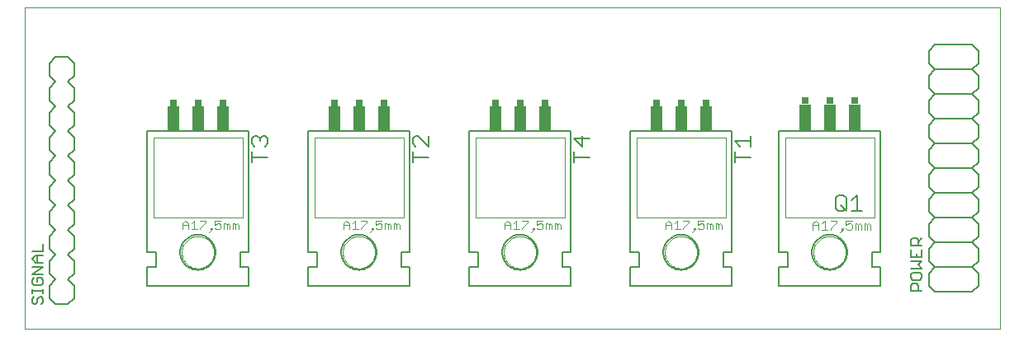
<source format=gto>
G75*
%MOIN*%
%OFA0B0*%
%FSLAX24Y24*%
%IPPOS*%
%LPD*%
%AMOC8*
5,1,8,0,0,1.08239X$1,22.5*
%
%ADD10C,0.0000*%
%ADD11C,0.0060*%
%ADD12C,0.0020*%
%ADD13C,0.0070*%
%ADD14C,0.0040*%
%ADD15R,0.0300X0.0250*%
%ADD16R,0.0500X0.1100*%
%ADD17R,0.0500X0.1000*%
%ADD18C,0.0050*%
%ADD19C,0.0080*%
D10*
X000180Y000180D02*
X000180Y013176D01*
X039550Y013176D01*
X039550Y000180D01*
X000180Y000180D01*
X006530Y003280D02*
X006532Y003330D01*
X006538Y003380D01*
X006548Y003430D01*
X006561Y003478D01*
X006578Y003526D01*
X006599Y003572D01*
X006623Y003616D01*
X006651Y003658D01*
X006682Y003698D01*
X006716Y003735D01*
X006753Y003770D01*
X006792Y003801D01*
X006833Y003830D01*
X006877Y003855D01*
X006923Y003877D01*
X006970Y003895D01*
X007018Y003909D01*
X007067Y003920D01*
X007117Y003927D01*
X007167Y003930D01*
X007218Y003929D01*
X007268Y003924D01*
X007318Y003915D01*
X007366Y003903D01*
X007414Y003886D01*
X007460Y003866D01*
X007505Y003843D01*
X007548Y003816D01*
X007588Y003786D01*
X007626Y003753D01*
X007661Y003717D01*
X007694Y003678D01*
X007723Y003637D01*
X007749Y003594D01*
X007772Y003549D01*
X007791Y003502D01*
X007806Y003454D01*
X007818Y003405D01*
X007826Y003355D01*
X007830Y003305D01*
X007830Y003255D01*
X007826Y003205D01*
X007818Y003155D01*
X007806Y003106D01*
X007791Y003058D01*
X007772Y003011D01*
X007749Y002966D01*
X007723Y002923D01*
X007694Y002882D01*
X007661Y002843D01*
X007626Y002807D01*
X007588Y002774D01*
X007548Y002744D01*
X007505Y002717D01*
X007460Y002694D01*
X007414Y002674D01*
X007366Y002657D01*
X007318Y002645D01*
X007268Y002636D01*
X007218Y002631D01*
X007167Y002630D01*
X007117Y002633D01*
X007067Y002640D01*
X007018Y002651D01*
X006970Y002665D01*
X006923Y002683D01*
X006877Y002705D01*
X006833Y002730D01*
X006792Y002759D01*
X006753Y002790D01*
X006716Y002825D01*
X006682Y002862D01*
X006651Y002902D01*
X006623Y002944D01*
X006599Y002988D01*
X006578Y003034D01*
X006561Y003082D01*
X006548Y003130D01*
X006538Y003180D01*
X006532Y003230D01*
X006530Y003280D01*
X013030Y003280D02*
X013032Y003330D01*
X013038Y003380D01*
X013048Y003430D01*
X013061Y003478D01*
X013078Y003526D01*
X013099Y003572D01*
X013123Y003616D01*
X013151Y003658D01*
X013182Y003698D01*
X013216Y003735D01*
X013253Y003770D01*
X013292Y003801D01*
X013333Y003830D01*
X013377Y003855D01*
X013423Y003877D01*
X013470Y003895D01*
X013518Y003909D01*
X013567Y003920D01*
X013617Y003927D01*
X013667Y003930D01*
X013718Y003929D01*
X013768Y003924D01*
X013818Y003915D01*
X013866Y003903D01*
X013914Y003886D01*
X013960Y003866D01*
X014005Y003843D01*
X014048Y003816D01*
X014088Y003786D01*
X014126Y003753D01*
X014161Y003717D01*
X014194Y003678D01*
X014223Y003637D01*
X014249Y003594D01*
X014272Y003549D01*
X014291Y003502D01*
X014306Y003454D01*
X014318Y003405D01*
X014326Y003355D01*
X014330Y003305D01*
X014330Y003255D01*
X014326Y003205D01*
X014318Y003155D01*
X014306Y003106D01*
X014291Y003058D01*
X014272Y003011D01*
X014249Y002966D01*
X014223Y002923D01*
X014194Y002882D01*
X014161Y002843D01*
X014126Y002807D01*
X014088Y002774D01*
X014048Y002744D01*
X014005Y002717D01*
X013960Y002694D01*
X013914Y002674D01*
X013866Y002657D01*
X013818Y002645D01*
X013768Y002636D01*
X013718Y002631D01*
X013667Y002630D01*
X013617Y002633D01*
X013567Y002640D01*
X013518Y002651D01*
X013470Y002665D01*
X013423Y002683D01*
X013377Y002705D01*
X013333Y002730D01*
X013292Y002759D01*
X013253Y002790D01*
X013216Y002825D01*
X013182Y002862D01*
X013151Y002902D01*
X013123Y002944D01*
X013099Y002988D01*
X013078Y003034D01*
X013061Y003082D01*
X013048Y003130D01*
X013038Y003180D01*
X013032Y003230D01*
X013030Y003280D01*
X019530Y003280D02*
X019532Y003330D01*
X019538Y003380D01*
X019548Y003430D01*
X019561Y003478D01*
X019578Y003526D01*
X019599Y003572D01*
X019623Y003616D01*
X019651Y003658D01*
X019682Y003698D01*
X019716Y003735D01*
X019753Y003770D01*
X019792Y003801D01*
X019833Y003830D01*
X019877Y003855D01*
X019923Y003877D01*
X019970Y003895D01*
X020018Y003909D01*
X020067Y003920D01*
X020117Y003927D01*
X020167Y003930D01*
X020218Y003929D01*
X020268Y003924D01*
X020318Y003915D01*
X020366Y003903D01*
X020414Y003886D01*
X020460Y003866D01*
X020505Y003843D01*
X020548Y003816D01*
X020588Y003786D01*
X020626Y003753D01*
X020661Y003717D01*
X020694Y003678D01*
X020723Y003637D01*
X020749Y003594D01*
X020772Y003549D01*
X020791Y003502D01*
X020806Y003454D01*
X020818Y003405D01*
X020826Y003355D01*
X020830Y003305D01*
X020830Y003255D01*
X020826Y003205D01*
X020818Y003155D01*
X020806Y003106D01*
X020791Y003058D01*
X020772Y003011D01*
X020749Y002966D01*
X020723Y002923D01*
X020694Y002882D01*
X020661Y002843D01*
X020626Y002807D01*
X020588Y002774D01*
X020548Y002744D01*
X020505Y002717D01*
X020460Y002694D01*
X020414Y002674D01*
X020366Y002657D01*
X020318Y002645D01*
X020268Y002636D01*
X020218Y002631D01*
X020167Y002630D01*
X020117Y002633D01*
X020067Y002640D01*
X020018Y002651D01*
X019970Y002665D01*
X019923Y002683D01*
X019877Y002705D01*
X019833Y002730D01*
X019792Y002759D01*
X019753Y002790D01*
X019716Y002825D01*
X019682Y002862D01*
X019651Y002902D01*
X019623Y002944D01*
X019599Y002988D01*
X019578Y003034D01*
X019561Y003082D01*
X019548Y003130D01*
X019538Y003180D01*
X019532Y003230D01*
X019530Y003280D01*
X026030Y003280D02*
X026032Y003330D01*
X026038Y003380D01*
X026048Y003430D01*
X026061Y003478D01*
X026078Y003526D01*
X026099Y003572D01*
X026123Y003616D01*
X026151Y003658D01*
X026182Y003698D01*
X026216Y003735D01*
X026253Y003770D01*
X026292Y003801D01*
X026333Y003830D01*
X026377Y003855D01*
X026423Y003877D01*
X026470Y003895D01*
X026518Y003909D01*
X026567Y003920D01*
X026617Y003927D01*
X026667Y003930D01*
X026718Y003929D01*
X026768Y003924D01*
X026818Y003915D01*
X026866Y003903D01*
X026914Y003886D01*
X026960Y003866D01*
X027005Y003843D01*
X027048Y003816D01*
X027088Y003786D01*
X027126Y003753D01*
X027161Y003717D01*
X027194Y003678D01*
X027223Y003637D01*
X027249Y003594D01*
X027272Y003549D01*
X027291Y003502D01*
X027306Y003454D01*
X027318Y003405D01*
X027326Y003355D01*
X027330Y003305D01*
X027330Y003255D01*
X027326Y003205D01*
X027318Y003155D01*
X027306Y003106D01*
X027291Y003058D01*
X027272Y003011D01*
X027249Y002966D01*
X027223Y002923D01*
X027194Y002882D01*
X027161Y002843D01*
X027126Y002807D01*
X027088Y002774D01*
X027048Y002744D01*
X027005Y002717D01*
X026960Y002694D01*
X026914Y002674D01*
X026866Y002657D01*
X026818Y002645D01*
X026768Y002636D01*
X026718Y002631D01*
X026667Y002630D01*
X026617Y002633D01*
X026567Y002640D01*
X026518Y002651D01*
X026470Y002665D01*
X026423Y002683D01*
X026377Y002705D01*
X026333Y002730D01*
X026292Y002759D01*
X026253Y002790D01*
X026216Y002825D01*
X026182Y002862D01*
X026151Y002902D01*
X026123Y002944D01*
X026099Y002988D01*
X026078Y003034D01*
X026061Y003082D01*
X026048Y003130D01*
X026038Y003180D01*
X026032Y003230D01*
X026030Y003280D01*
X032030Y003280D02*
X032032Y003330D01*
X032038Y003380D01*
X032048Y003430D01*
X032061Y003478D01*
X032078Y003526D01*
X032099Y003572D01*
X032123Y003616D01*
X032151Y003658D01*
X032182Y003698D01*
X032216Y003735D01*
X032253Y003770D01*
X032292Y003801D01*
X032333Y003830D01*
X032377Y003855D01*
X032423Y003877D01*
X032470Y003895D01*
X032518Y003909D01*
X032567Y003920D01*
X032617Y003927D01*
X032667Y003930D01*
X032718Y003929D01*
X032768Y003924D01*
X032818Y003915D01*
X032866Y003903D01*
X032914Y003886D01*
X032960Y003866D01*
X033005Y003843D01*
X033048Y003816D01*
X033088Y003786D01*
X033126Y003753D01*
X033161Y003717D01*
X033194Y003678D01*
X033223Y003637D01*
X033249Y003594D01*
X033272Y003549D01*
X033291Y003502D01*
X033306Y003454D01*
X033318Y003405D01*
X033326Y003355D01*
X033330Y003305D01*
X033330Y003255D01*
X033326Y003205D01*
X033318Y003155D01*
X033306Y003106D01*
X033291Y003058D01*
X033272Y003011D01*
X033249Y002966D01*
X033223Y002923D01*
X033194Y002882D01*
X033161Y002843D01*
X033126Y002807D01*
X033088Y002774D01*
X033048Y002744D01*
X033005Y002717D01*
X032960Y002694D01*
X032914Y002674D01*
X032866Y002657D01*
X032818Y002645D01*
X032768Y002636D01*
X032718Y002631D01*
X032667Y002630D01*
X032617Y002633D01*
X032567Y002640D01*
X032518Y002651D01*
X032470Y002665D01*
X032423Y002683D01*
X032377Y002705D01*
X032333Y002730D01*
X032292Y002759D01*
X032253Y002790D01*
X032216Y002825D01*
X032182Y002862D01*
X032151Y002902D01*
X032123Y002944D01*
X032099Y002988D01*
X032078Y003034D01*
X032061Y003082D01*
X032048Y003130D01*
X032038Y003180D01*
X032032Y003230D01*
X032030Y003280D01*
D11*
X031970Y003280D02*
X031972Y003333D01*
X031978Y003386D01*
X031988Y003438D01*
X032002Y003489D01*
X032019Y003539D01*
X032040Y003588D01*
X032065Y003635D01*
X032093Y003680D01*
X032125Y003723D01*
X032160Y003763D01*
X032197Y003800D01*
X032237Y003835D01*
X032280Y003867D01*
X032325Y003895D01*
X032372Y003920D01*
X032421Y003941D01*
X032471Y003958D01*
X032522Y003972D01*
X032574Y003982D01*
X032627Y003988D01*
X032680Y003990D01*
X032733Y003988D01*
X032786Y003982D01*
X032838Y003972D01*
X032889Y003958D01*
X032939Y003941D01*
X032988Y003920D01*
X033035Y003895D01*
X033080Y003867D01*
X033123Y003835D01*
X033163Y003800D01*
X033200Y003763D01*
X033235Y003723D01*
X033267Y003680D01*
X033295Y003635D01*
X033320Y003588D01*
X033341Y003539D01*
X033358Y003489D01*
X033372Y003438D01*
X033382Y003386D01*
X033388Y003333D01*
X033390Y003280D01*
X033388Y003227D01*
X033382Y003174D01*
X033372Y003122D01*
X033358Y003071D01*
X033341Y003021D01*
X033320Y002972D01*
X033295Y002925D01*
X033267Y002880D01*
X033235Y002837D01*
X033200Y002797D01*
X033163Y002760D01*
X033123Y002725D01*
X033080Y002693D01*
X033035Y002665D01*
X032988Y002640D01*
X032939Y002619D01*
X032889Y002602D01*
X032838Y002588D01*
X032786Y002578D01*
X032733Y002572D01*
X032680Y002570D01*
X032627Y002572D01*
X032574Y002578D01*
X032522Y002588D01*
X032471Y002602D01*
X032421Y002619D01*
X032372Y002640D01*
X032325Y002665D01*
X032280Y002693D01*
X032237Y002725D01*
X032197Y002760D01*
X032160Y002797D01*
X032125Y002837D01*
X032093Y002880D01*
X032065Y002925D01*
X032040Y002972D01*
X032019Y003021D01*
X032002Y003071D01*
X031988Y003122D01*
X031978Y003174D01*
X031972Y003227D01*
X031970Y003280D01*
X030980Y003280D02*
X030980Y002680D01*
X030630Y002680D01*
X030630Y001930D01*
X034730Y001930D01*
X034730Y002680D01*
X034380Y002680D01*
X034380Y003280D01*
X034730Y003280D01*
X034730Y008180D01*
X030630Y008180D01*
X030630Y003280D01*
X030980Y003280D01*
X028730Y003280D02*
X028380Y003280D01*
X028380Y002680D01*
X028730Y002680D01*
X028730Y001930D01*
X024630Y001930D01*
X024630Y002680D01*
X024980Y002680D01*
X024980Y003280D01*
X024630Y003280D01*
X024630Y008180D01*
X028730Y008180D01*
X028730Y003280D01*
X025970Y003280D02*
X025972Y003333D01*
X025978Y003386D01*
X025988Y003438D01*
X026002Y003489D01*
X026019Y003539D01*
X026040Y003588D01*
X026065Y003635D01*
X026093Y003680D01*
X026125Y003723D01*
X026160Y003763D01*
X026197Y003800D01*
X026237Y003835D01*
X026280Y003867D01*
X026325Y003895D01*
X026372Y003920D01*
X026421Y003941D01*
X026471Y003958D01*
X026522Y003972D01*
X026574Y003982D01*
X026627Y003988D01*
X026680Y003990D01*
X026733Y003988D01*
X026786Y003982D01*
X026838Y003972D01*
X026889Y003958D01*
X026939Y003941D01*
X026988Y003920D01*
X027035Y003895D01*
X027080Y003867D01*
X027123Y003835D01*
X027163Y003800D01*
X027200Y003763D01*
X027235Y003723D01*
X027267Y003680D01*
X027295Y003635D01*
X027320Y003588D01*
X027341Y003539D01*
X027358Y003489D01*
X027372Y003438D01*
X027382Y003386D01*
X027388Y003333D01*
X027390Y003280D01*
X027388Y003227D01*
X027382Y003174D01*
X027372Y003122D01*
X027358Y003071D01*
X027341Y003021D01*
X027320Y002972D01*
X027295Y002925D01*
X027267Y002880D01*
X027235Y002837D01*
X027200Y002797D01*
X027163Y002760D01*
X027123Y002725D01*
X027080Y002693D01*
X027035Y002665D01*
X026988Y002640D01*
X026939Y002619D01*
X026889Y002602D01*
X026838Y002588D01*
X026786Y002578D01*
X026733Y002572D01*
X026680Y002570D01*
X026627Y002572D01*
X026574Y002578D01*
X026522Y002588D01*
X026471Y002602D01*
X026421Y002619D01*
X026372Y002640D01*
X026325Y002665D01*
X026280Y002693D01*
X026237Y002725D01*
X026197Y002760D01*
X026160Y002797D01*
X026125Y002837D01*
X026093Y002880D01*
X026065Y002925D01*
X026040Y002972D01*
X026019Y003021D01*
X026002Y003071D01*
X025988Y003122D01*
X025978Y003174D01*
X025972Y003227D01*
X025970Y003280D01*
X022230Y003280D02*
X021880Y003280D01*
X021880Y002680D01*
X022230Y002680D01*
X022230Y001930D01*
X018130Y001930D01*
X018130Y002680D01*
X018480Y002680D01*
X018480Y003280D01*
X018130Y003280D01*
X018130Y008180D01*
X022230Y008180D01*
X022230Y003280D01*
X019470Y003280D02*
X019472Y003333D01*
X019478Y003386D01*
X019488Y003438D01*
X019502Y003489D01*
X019519Y003539D01*
X019540Y003588D01*
X019565Y003635D01*
X019593Y003680D01*
X019625Y003723D01*
X019660Y003763D01*
X019697Y003800D01*
X019737Y003835D01*
X019780Y003867D01*
X019825Y003895D01*
X019872Y003920D01*
X019921Y003941D01*
X019971Y003958D01*
X020022Y003972D01*
X020074Y003982D01*
X020127Y003988D01*
X020180Y003990D01*
X020233Y003988D01*
X020286Y003982D01*
X020338Y003972D01*
X020389Y003958D01*
X020439Y003941D01*
X020488Y003920D01*
X020535Y003895D01*
X020580Y003867D01*
X020623Y003835D01*
X020663Y003800D01*
X020700Y003763D01*
X020735Y003723D01*
X020767Y003680D01*
X020795Y003635D01*
X020820Y003588D01*
X020841Y003539D01*
X020858Y003489D01*
X020872Y003438D01*
X020882Y003386D01*
X020888Y003333D01*
X020890Y003280D01*
X020888Y003227D01*
X020882Y003174D01*
X020872Y003122D01*
X020858Y003071D01*
X020841Y003021D01*
X020820Y002972D01*
X020795Y002925D01*
X020767Y002880D01*
X020735Y002837D01*
X020700Y002797D01*
X020663Y002760D01*
X020623Y002725D01*
X020580Y002693D01*
X020535Y002665D01*
X020488Y002640D01*
X020439Y002619D01*
X020389Y002602D01*
X020338Y002588D01*
X020286Y002578D01*
X020233Y002572D01*
X020180Y002570D01*
X020127Y002572D01*
X020074Y002578D01*
X020022Y002588D01*
X019971Y002602D01*
X019921Y002619D01*
X019872Y002640D01*
X019825Y002665D01*
X019780Y002693D01*
X019737Y002725D01*
X019697Y002760D01*
X019660Y002797D01*
X019625Y002837D01*
X019593Y002880D01*
X019565Y002925D01*
X019540Y002972D01*
X019519Y003021D01*
X019502Y003071D01*
X019488Y003122D01*
X019478Y003174D01*
X019472Y003227D01*
X019470Y003280D01*
X015730Y003280D02*
X015380Y003280D01*
X015380Y002680D01*
X015730Y002680D01*
X015730Y001930D01*
X011630Y001930D01*
X011630Y002680D01*
X011980Y002680D01*
X011980Y003280D01*
X011630Y003280D01*
X011630Y008180D01*
X015730Y008180D01*
X015730Y003280D01*
X012970Y003280D02*
X012972Y003333D01*
X012978Y003386D01*
X012988Y003438D01*
X013002Y003489D01*
X013019Y003539D01*
X013040Y003588D01*
X013065Y003635D01*
X013093Y003680D01*
X013125Y003723D01*
X013160Y003763D01*
X013197Y003800D01*
X013237Y003835D01*
X013280Y003867D01*
X013325Y003895D01*
X013372Y003920D01*
X013421Y003941D01*
X013471Y003958D01*
X013522Y003972D01*
X013574Y003982D01*
X013627Y003988D01*
X013680Y003990D01*
X013733Y003988D01*
X013786Y003982D01*
X013838Y003972D01*
X013889Y003958D01*
X013939Y003941D01*
X013988Y003920D01*
X014035Y003895D01*
X014080Y003867D01*
X014123Y003835D01*
X014163Y003800D01*
X014200Y003763D01*
X014235Y003723D01*
X014267Y003680D01*
X014295Y003635D01*
X014320Y003588D01*
X014341Y003539D01*
X014358Y003489D01*
X014372Y003438D01*
X014382Y003386D01*
X014388Y003333D01*
X014390Y003280D01*
X014388Y003227D01*
X014382Y003174D01*
X014372Y003122D01*
X014358Y003071D01*
X014341Y003021D01*
X014320Y002972D01*
X014295Y002925D01*
X014267Y002880D01*
X014235Y002837D01*
X014200Y002797D01*
X014163Y002760D01*
X014123Y002725D01*
X014080Y002693D01*
X014035Y002665D01*
X013988Y002640D01*
X013939Y002619D01*
X013889Y002602D01*
X013838Y002588D01*
X013786Y002578D01*
X013733Y002572D01*
X013680Y002570D01*
X013627Y002572D01*
X013574Y002578D01*
X013522Y002588D01*
X013471Y002602D01*
X013421Y002619D01*
X013372Y002640D01*
X013325Y002665D01*
X013280Y002693D01*
X013237Y002725D01*
X013197Y002760D01*
X013160Y002797D01*
X013125Y002837D01*
X013093Y002880D01*
X013065Y002925D01*
X013040Y002972D01*
X013019Y003021D01*
X013002Y003071D01*
X012988Y003122D01*
X012978Y003174D01*
X012972Y003227D01*
X012970Y003280D01*
X009230Y003280D02*
X008880Y003280D01*
X008880Y002680D01*
X009230Y002680D01*
X009230Y001930D01*
X005130Y001930D01*
X005130Y002680D01*
X005480Y002680D01*
X005480Y003280D01*
X005130Y003280D01*
X005130Y008180D01*
X009230Y008180D01*
X009230Y003280D01*
X006470Y003280D02*
X006472Y003333D01*
X006478Y003386D01*
X006488Y003438D01*
X006502Y003489D01*
X006519Y003539D01*
X006540Y003588D01*
X006565Y003635D01*
X006593Y003680D01*
X006625Y003723D01*
X006660Y003763D01*
X006697Y003800D01*
X006737Y003835D01*
X006780Y003867D01*
X006825Y003895D01*
X006872Y003920D01*
X006921Y003941D01*
X006971Y003958D01*
X007022Y003972D01*
X007074Y003982D01*
X007127Y003988D01*
X007180Y003990D01*
X007233Y003988D01*
X007286Y003982D01*
X007338Y003972D01*
X007389Y003958D01*
X007439Y003941D01*
X007488Y003920D01*
X007535Y003895D01*
X007580Y003867D01*
X007623Y003835D01*
X007663Y003800D01*
X007700Y003763D01*
X007735Y003723D01*
X007767Y003680D01*
X007795Y003635D01*
X007820Y003588D01*
X007841Y003539D01*
X007858Y003489D01*
X007872Y003438D01*
X007882Y003386D01*
X007888Y003333D01*
X007890Y003280D01*
X007888Y003227D01*
X007882Y003174D01*
X007872Y003122D01*
X007858Y003071D01*
X007841Y003021D01*
X007820Y002972D01*
X007795Y002925D01*
X007767Y002880D01*
X007735Y002837D01*
X007700Y002797D01*
X007663Y002760D01*
X007623Y002725D01*
X007580Y002693D01*
X007535Y002665D01*
X007488Y002640D01*
X007439Y002619D01*
X007389Y002602D01*
X007338Y002588D01*
X007286Y002578D01*
X007233Y002572D01*
X007180Y002570D01*
X007127Y002572D01*
X007074Y002578D01*
X007022Y002588D01*
X006971Y002602D01*
X006921Y002619D01*
X006872Y002640D01*
X006825Y002665D01*
X006780Y002693D01*
X006737Y002725D01*
X006697Y002760D01*
X006660Y002797D01*
X006625Y002837D01*
X006593Y002880D01*
X006565Y002925D01*
X006540Y002972D01*
X006519Y003021D01*
X006502Y003071D01*
X006488Y003122D01*
X006478Y003174D01*
X006472Y003227D01*
X006470Y003280D01*
X036680Y003430D02*
X036680Y002930D01*
X036930Y002680D01*
X038430Y002680D01*
X038680Y002930D01*
X038680Y003430D01*
X038430Y003680D01*
X036930Y003680D01*
X036680Y003930D01*
X036680Y004430D01*
X036930Y004680D01*
X038430Y004680D01*
X038680Y004930D01*
X038680Y005430D01*
X038430Y005680D01*
X036930Y005680D01*
X036680Y005930D01*
X036680Y006430D01*
X036930Y006680D01*
X038430Y006680D01*
X038680Y006930D01*
X038680Y007430D01*
X038430Y007680D01*
X036930Y007680D01*
X036680Y007930D01*
X036680Y008430D01*
X036930Y008680D01*
X038430Y008680D01*
X038680Y008430D01*
X038680Y007930D01*
X038430Y007680D01*
X036930Y007680D02*
X036680Y007430D01*
X036680Y006930D01*
X036930Y006680D01*
X038430Y006680D02*
X038680Y006430D01*
X038680Y005930D01*
X038430Y005680D01*
X036930Y005680D02*
X036680Y005430D01*
X036680Y004930D01*
X036930Y004680D01*
X038430Y004680D02*
X038680Y004430D01*
X038680Y003930D01*
X038430Y003680D01*
X036930Y003680D02*
X036680Y003430D01*
X036930Y002680D02*
X036680Y002430D01*
X036680Y001930D01*
X036930Y001680D01*
X038430Y001680D01*
X038680Y001930D01*
X038680Y002430D01*
X038430Y002680D01*
X038430Y008680D02*
X038680Y008930D01*
X038680Y009430D01*
X038430Y009680D01*
X036930Y009680D01*
X036680Y009930D01*
X036680Y010430D01*
X036930Y010680D01*
X036680Y010930D01*
X036680Y011430D01*
X036930Y011680D01*
X038430Y011680D01*
X038680Y011430D01*
X038680Y010930D01*
X038430Y010680D01*
X036930Y010680D01*
X038430Y010680D02*
X038680Y010430D01*
X038680Y009930D01*
X038430Y009680D01*
X036930Y009680D02*
X036680Y009430D01*
X036680Y008930D01*
X036930Y008680D01*
D12*
X034480Y007930D02*
X034480Y004680D01*
X030880Y004680D01*
X030880Y007930D01*
X034480Y007930D01*
X028480Y007930D02*
X028480Y004680D01*
X024880Y004680D01*
X024880Y007930D01*
X028480Y007930D01*
X021980Y007930D02*
X021980Y004680D01*
X018380Y004680D01*
X018380Y007930D01*
X021980Y007930D01*
X015480Y007930D02*
X015480Y004680D01*
X011880Y004680D01*
X011880Y007930D01*
X015480Y007930D01*
X008980Y007930D02*
X008980Y004680D01*
X005380Y004680D01*
X005380Y007930D01*
X008980Y007930D01*
D13*
X009364Y007886D02*
X009470Y007991D01*
X009575Y007991D01*
X009680Y007886D01*
X009785Y007991D01*
X009890Y007991D01*
X009995Y007886D01*
X009995Y007676D01*
X009890Y007570D01*
X009470Y007570D02*
X009364Y007676D01*
X009364Y007886D01*
X009680Y007886D02*
X009680Y007781D01*
X009364Y007346D02*
X009364Y006926D01*
X009364Y007136D02*
X009995Y007136D01*
X015864Y007136D02*
X016495Y007136D01*
X015864Y006926D02*
X015864Y007346D01*
X015970Y007570D02*
X015864Y007676D01*
X015864Y007886D01*
X015970Y007991D01*
X016075Y007991D01*
X016495Y007570D01*
X016495Y007991D01*
X022364Y007886D02*
X022680Y007570D01*
X022680Y007991D01*
X022995Y007886D02*
X022364Y007886D01*
X022364Y007346D02*
X022364Y006926D01*
X022364Y007136D02*
X022995Y007136D01*
X028864Y007136D02*
X029495Y007136D01*
X028864Y006926D02*
X028864Y007346D01*
X029075Y007570D02*
X028864Y007781D01*
X029495Y007781D01*
X029495Y007991D02*
X029495Y007570D01*
X032926Y005490D02*
X033031Y005596D01*
X033241Y005596D01*
X033346Y005490D01*
X033346Y005070D01*
X033241Y004965D01*
X033031Y004965D01*
X032926Y005070D01*
X032926Y005490D01*
X033570Y005385D02*
X033781Y005596D01*
X033781Y004965D01*
X033991Y004965D02*
X033570Y004965D01*
X033346Y004965D02*
X033136Y005175D01*
D14*
X032971Y004560D02*
X032971Y004500D01*
X032731Y004260D01*
X032731Y004200D01*
X032603Y004200D02*
X032363Y004200D01*
X032483Y004200D02*
X032483Y004560D01*
X032363Y004440D01*
X032235Y004440D02*
X032115Y004560D01*
X031995Y004440D01*
X031995Y004200D01*
X031995Y004380D02*
X032235Y004380D01*
X032235Y004440D02*
X032235Y004200D01*
X032731Y004560D02*
X032971Y004560D01*
X033345Y004560D02*
X033345Y004380D01*
X033465Y004440D01*
X033525Y004440D01*
X033585Y004380D01*
X033585Y004260D01*
X033525Y004200D01*
X033405Y004200D01*
X033345Y004260D01*
X033220Y004260D02*
X033160Y004260D01*
X033160Y004200D01*
X033220Y004200D01*
X033220Y004260D01*
X033220Y004200D02*
X033100Y004080D01*
X033713Y004200D02*
X033713Y004440D01*
X033773Y004440D01*
X033833Y004380D01*
X033894Y004440D01*
X033954Y004380D01*
X033954Y004200D01*
X033833Y004200D02*
X033833Y004380D01*
X034082Y004440D02*
X034082Y004200D01*
X034202Y004200D02*
X034202Y004380D01*
X034262Y004440D01*
X034322Y004380D01*
X034322Y004200D01*
X034202Y004380D02*
X034142Y004440D01*
X034082Y004440D01*
X033585Y004560D02*
X033345Y004560D01*
X028324Y004385D02*
X028324Y004210D01*
X028208Y004210D02*
X028208Y004385D01*
X028266Y004444D01*
X028324Y004385D01*
X028208Y004385D02*
X028149Y004444D01*
X028091Y004444D01*
X028091Y004210D01*
X027965Y004210D02*
X027965Y004385D01*
X027907Y004444D01*
X027849Y004385D01*
X027849Y004210D01*
X027732Y004210D02*
X027732Y004444D01*
X027790Y004444D01*
X027849Y004385D01*
X027606Y004385D02*
X027606Y004268D01*
X027548Y004210D01*
X027431Y004210D01*
X027373Y004268D01*
X027373Y004385D02*
X027489Y004444D01*
X027548Y004444D01*
X027606Y004385D01*
X027373Y004385D02*
X027373Y004560D01*
X027606Y004560D01*
X027008Y004560D02*
X027008Y004502D01*
X026774Y004268D01*
X026774Y004210D01*
X026649Y004210D02*
X026415Y004210D01*
X026532Y004210D02*
X026532Y004560D01*
X026415Y004444D01*
X026289Y004444D02*
X026173Y004560D01*
X026056Y004444D01*
X026056Y004210D01*
X026056Y004385D02*
X026289Y004385D01*
X026289Y004444D02*
X026289Y004210D01*
X026774Y004560D02*
X027008Y004560D01*
X027192Y004268D02*
X027192Y004210D01*
X027250Y004210D01*
X027250Y004268D01*
X027192Y004268D01*
X027250Y004210D02*
X027133Y004093D01*
X021824Y004210D02*
X021824Y004385D01*
X021766Y004444D01*
X021708Y004385D01*
X021708Y004210D01*
X021591Y004210D02*
X021591Y004444D01*
X021649Y004444D01*
X021708Y004385D01*
X021465Y004385D02*
X021465Y004210D01*
X021349Y004210D02*
X021349Y004385D01*
X021407Y004444D01*
X021465Y004385D01*
X021349Y004385D02*
X021290Y004444D01*
X021232Y004444D01*
X021232Y004210D01*
X021106Y004268D02*
X021106Y004385D01*
X021048Y004444D01*
X020989Y004444D01*
X020873Y004385D01*
X020873Y004560D01*
X021106Y004560D01*
X020508Y004560D02*
X020508Y004502D01*
X020274Y004268D01*
X020274Y004210D01*
X020149Y004210D02*
X019915Y004210D01*
X020032Y004210D02*
X020032Y004560D01*
X019915Y004444D01*
X019789Y004444D02*
X019789Y004210D01*
X019789Y004385D02*
X019556Y004385D01*
X019556Y004444D02*
X019556Y004210D01*
X019556Y004444D02*
X019673Y004560D01*
X019789Y004444D01*
X020274Y004560D02*
X020508Y004560D01*
X020692Y004268D02*
X020692Y004210D01*
X020750Y004210D01*
X020750Y004268D01*
X020692Y004268D01*
X020750Y004210D02*
X020633Y004093D01*
X020873Y004268D02*
X020931Y004210D01*
X021048Y004210D01*
X021106Y004268D01*
X015324Y004210D02*
X015324Y004385D01*
X015266Y004444D01*
X015208Y004385D01*
X015208Y004210D01*
X015091Y004210D02*
X015091Y004444D01*
X015149Y004444D01*
X015208Y004385D01*
X014965Y004385D02*
X014965Y004210D01*
X014849Y004210D02*
X014849Y004385D01*
X014907Y004444D01*
X014965Y004385D01*
X014849Y004385D02*
X014790Y004444D01*
X014732Y004444D01*
X014732Y004210D01*
X014606Y004268D02*
X014548Y004210D01*
X014431Y004210D01*
X014373Y004268D01*
X014373Y004385D02*
X014489Y004444D01*
X014548Y004444D01*
X014606Y004385D01*
X014606Y004268D01*
X014373Y004385D02*
X014373Y004560D01*
X014606Y004560D01*
X014008Y004560D02*
X014008Y004502D01*
X013774Y004268D01*
X013774Y004210D01*
X013649Y004210D02*
X013415Y004210D01*
X013532Y004210D02*
X013532Y004560D01*
X013415Y004444D01*
X013289Y004444D02*
X013289Y004210D01*
X013289Y004385D02*
X013056Y004385D01*
X013056Y004444D02*
X013056Y004210D01*
X013056Y004444D02*
X013173Y004560D01*
X013289Y004444D01*
X013774Y004560D02*
X014008Y004560D01*
X014192Y004268D02*
X014192Y004210D01*
X014250Y004210D01*
X014250Y004268D01*
X014192Y004268D01*
X014250Y004210D02*
X014133Y004093D01*
X008824Y004210D02*
X008824Y004385D01*
X008766Y004444D01*
X008708Y004385D01*
X008708Y004210D01*
X008591Y004210D02*
X008591Y004444D01*
X008649Y004444D01*
X008708Y004385D01*
X008465Y004385D02*
X008465Y004210D01*
X008349Y004210D02*
X008349Y004385D01*
X008407Y004444D01*
X008465Y004385D01*
X008349Y004385D02*
X008290Y004444D01*
X008232Y004444D01*
X008232Y004210D01*
X008106Y004268D02*
X008048Y004210D01*
X007931Y004210D01*
X007873Y004268D01*
X007873Y004385D02*
X007989Y004444D01*
X008048Y004444D01*
X008106Y004385D01*
X008106Y004268D01*
X007873Y004385D02*
X007873Y004560D01*
X008106Y004560D01*
X007508Y004560D02*
X007508Y004502D01*
X007274Y004268D01*
X007274Y004210D01*
X007149Y004210D02*
X006915Y004210D01*
X007032Y004210D02*
X007032Y004560D01*
X006915Y004444D01*
X006789Y004444D02*
X006789Y004210D01*
X006789Y004385D02*
X006556Y004385D01*
X006556Y004444D02*
X006556Y004210D01*
X006556Y004444D02*
X006673Y004560D01*
X006789Y004444D01*
X007274Y004560D02*
X007508Y004560D01*
X007692Y004268D02*
X007692Y004210D01*
X007750Y004210D01*
X007750Y004268D01*
X007692Y004268D01*
X007750Y004210D02*
X007633Y004093D01*
D15*
X007180Y009305D03*
X008180Y009305D03*
X006180Y009305D03*
X012680Y009305D03*
X013680Y009305D03*
X014680Y009305D03*
X019180Y009305D03*
X020180Y009305D03*
X021180Y009305D03*
X025680Y009305D03*
X026680Y009305D03*
X027680Y009305D03*
X031680Y009405D03*
X032680Y009405D03*
X033680Y009405D03*
D16*
X033680Y008730D03*
X032680Y008730D03*
X031680Y008730D03*
D17*
X027680Y008680D03*
X026680Y008680D03*
X025680Y008680D03*
X021180Y008680D03*
X020180Y008680D03*
X019180Y008680D03*
X014680Y008680D03*
X013680Y008680D03*
X012680Y008680D03*
X008180Y008680D03*
X007180Y008680D03*
X006180Y008680D03*
D18*
X000935Y003624D02*
X000935Y003323D01*
X000485Y003323D01*
X000635Y003163D02*
X000935Y003163D01*
X000710Y003163D02*
X000710Y002863D01*
X000635Y002863D02*
X000485Y003013D01*
X000635Y003163D01*
X000635Y002863D02*
X000935Y002863D01*
X000935Y002703D02*
X000485Y002703D01*
X000485Y002403D02*
X000935Y002703D01*
X000935Y002403D02*
X000485Y002403D01*
X000560Y002243D02*
X000485Y002168D01*
X000485Y002017D01*
X000560Y001942D01*
X000860Y001942D01*
X000935Y002017D01*
X000935Y002168D01*
X000860Y002243D01*
X000710Y002243D01*
X000710Y002092D01*
X000935Y001786D02*
X000935Y001635D01*
X000935Y001710D02*
X000485Y001710D01*
X000485Y001635D02*
X000485Y001786D01*
X000560Y001475D02*
X000485Y001400D01*
X000485Y001250D01*
X000560Y001175D01*
X000635Y001175D01*
X000710Y001250D01*
X000710Y001400D01*
X000785Y001475D01*
X000860Y001475D01*
X000935Y001400D01*
X000935Y001250D01*
X000860Y001175D01*
X035955Y001705D02*
X035955Y001930D01*
X036030Y002005D01*
X036180Y002005D01*
X036255Y001930D01*
X036255Y001705D01*
X036405Y001705D02*
X035955Y001705D01*
X036030Y002165D02*
X036330Y002165D01*
X036405Y002240D01*
X036405Y002391D01*
X036330Y002466D01*
X036030Y002466D01*
X035955Y002391D01*
X035955Y002240D01*
X036030Y002165D01*
X035955Y002626D02*
X036405Y002626D01*
X036255Y002776D01*
X036405Y002926D01*
X035955Y002926D01*
X035955Y003086D02*
X036405Y003086D01*
X036405Y003386D01*
X036405Y003547D02*
X035955Y003547D01*
X035955Y003772D01*
X036030Y003847D01*
X036180Y003847D01*
X036255Y003772D01*
X036255Y003547D01*
X036255Y003697D02*
X036405Y003847D01*
X035955Y003386D02*
X035955Y003086D01*
X036180Y003086D02*
X036180Y003236D01*
D19*
X002180Y003430D02*
X001930Y003180D01*
X002180Y002930D01*
X002180Y002430D01*
X001930Y002180D01*
X002180Y001930D01*
X002180Y001430D01*
X001930Y001180D01*
X001430Y001180D01*
X001180Y001430D01*
X001180Y001930D01*
X001430Y002180D01*
X001180Y002430D01*
X001180Y002930D01*
X001430Y003180D01*
X001180Y003430D01*
X001180Y003930D01*
X001430Y004180D01*
X001180Y004430D01*
X001180Y004930D01*
X001430Y005180D01*
X001180Y005430D01*
X001180Y005930D01*
X001430Y006180D01*
X001180Y006430D01*
X001180Y006930D01*
X001430Y007180D01*
X001180Y007430D01*
X001180Y007930D01*
X001430Y008180D01*
X001180Y008430D01*
X001180Y008930D01*
X001430Y009180D01*
X001180Y009430D01*
X001180Y009930D01*
X001430Y010180D01*
X001180Y010430D01*
X001180Y010930D01*
X001430Y011180D01*
X001930Y011180D01*
X002180Y010930D01*
X002180Y010430D01*
X001930Y010180D01*
X002180Y009930D01*
X002180Y009430D01*
X001930Y009180D01*
X002180Y008930D01*
X002180Y008430D01*
X001930Y008180D01*
X002180Y007930D01*
X002180Y007430D01*
X001930Y007180D01*
X002180Y006930D01*
X002180Y006430D01*
X001930Y006180D01*
X002180Y005930D01*
X002180Y005430D01*
X001930Y005180D01*
X002180Y004930D01*
X002180Y004430D01*
X001930Y004180D01*
X002180Y003930D01*
X002180Y003430D01*
M02*

</source>
